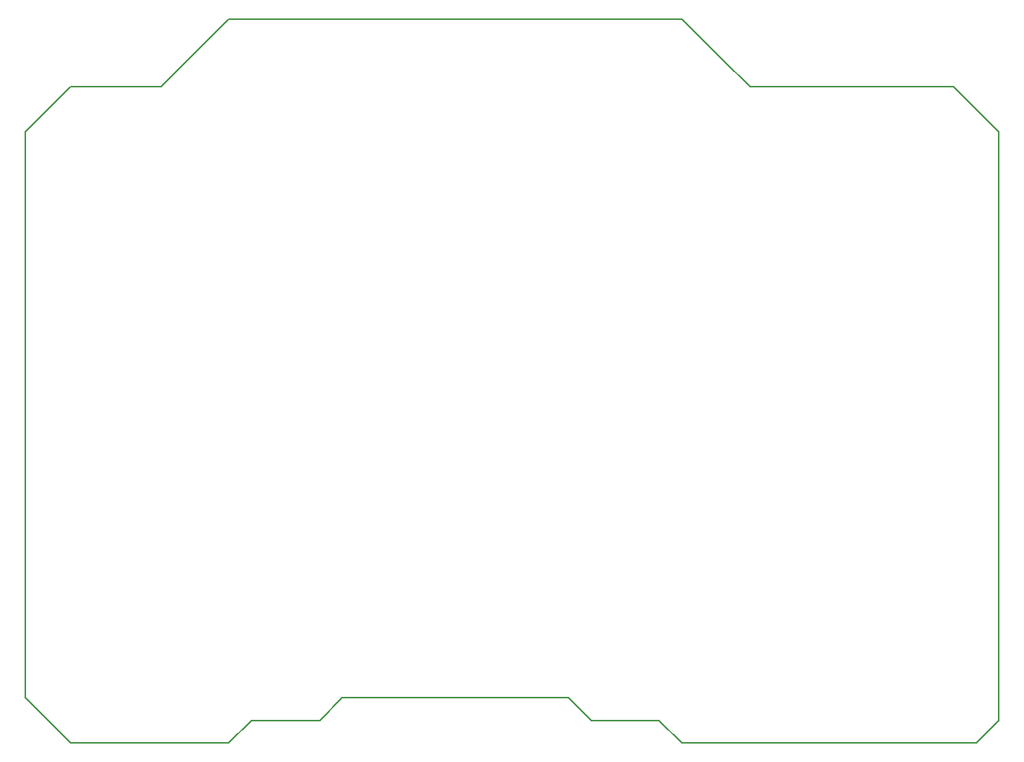
<source format=gbr>
G04 #@! TF.GenerationSoftware,KiCad,Pcbnew,(5.0.0-3-g5ebb6b6)*
G04 #@! TF.CreationDate,2020-03-04T16:44:46-05:00*
G04 #@! TF.ProjectId,Selection Interface,53656C656374696F6E20496E74657266,rev?*
G04 #@! TF.SameCoordinates,Original*
G04 #@! TF.FileFunction,Profile,NP*
%FSLAX46Y46*%
G04 Gerber Fmt 4.6, Leading zero omitted, Abs format (unit mm)*
G04 Created by KiCad (PCBNEW (5.0.0-3-g5ebb6b6)) date Wednesday, March 04, 2020 at 04:44:46 PM*
%MOMM*%
%LPD*%
G01*
G04 APERTURE LIST*
%ADD10C,0.150000*%
G04 APERTURE END LIST*
D10*
X257500000Y-150000000D02*
X255500000Y-150000000D01*
X260000000Y-147500000D02*
X257500000Y-150000000D01*
X260000000Y-143000000D02*
X260000000Y-147500000D01*
X228000000Y-150000000D02*
X255500000Y-150000000D01*
X225000000Y-150000000D02*
X228000000Y-150000000D01*
X152500000Y-133500000D02*
X152500000Y-145000000D01*
X152500000Y-145000000D02*
X157500000Y-150000000D01*
X152500000Y-82500000D02*
X152500000Y-88500000D01*
X157500000Y-77500000D02*
X163500000Y-77500000D01*
X152500000Y-82500000D02*
X157500000Y-77500000D01*
X232500000Y-77500000D02*
X255000000Y-77500000D01*
X260000000Y-82500000D02*
X260000000Y-87000000D01*
X255000000Y-77500000D02*
X260000000Y-82500000D01*
X175000000Y-150000000D02*
X157500000Y-150000000D01*
X177500000Y-147500000D02*
X175000000Y-150000000D01*
X180000000Y-147500000D02*
X177500000Y-147500000D01*
X222500000Y-147500000D02*
X225000000Y-150000000D01*
X220000000Y-147500000D02*
X222500000Y-147500000D01*
X170000000Y-75000000D02*
X167500000Y-77500000D01*
X167500000Y-77500000D02*
X163500000Y-77500000D01*
X152500000Y-100500000D02*
X152500000Y-88500000D01*
X180000000Y-147500000D02*
X185000000Y-147500000D01*
X215000000Y-147500000D02*
X220000000Y-147500000D01*
X212500000Y-145000000D02*
X215000000Y-147500000D01*
X200000000Y-145000000D02*
X212500000Y-145000000D01*
X187500000Y-145000000D02*
X185000000Y-147500000D01*
X200000000Y-145000000D02*
X187500000Y-145000000D01*
X152500000Y-100500000D02*
X152500000Y-133500000D01*
X232500000Y-77500000D02*
X232000000Y-77000000D01*
X260000000Y-104000000D02*
X260000000Y-87000000D01*
X230000000Y-75000000D02*
X232000000Y-77000000D01*
X260000000Y-104000000D02*
X260000000Y-143000000D01*
X225000000Y-70000000D02*
X230000000Y-75000000D01*
X175000000Y-70000000D02*
X225000000Y-70000000D01*
X170000000Y-75000000D02*
X175000000Y-70000000D01*
M02*

</source>
